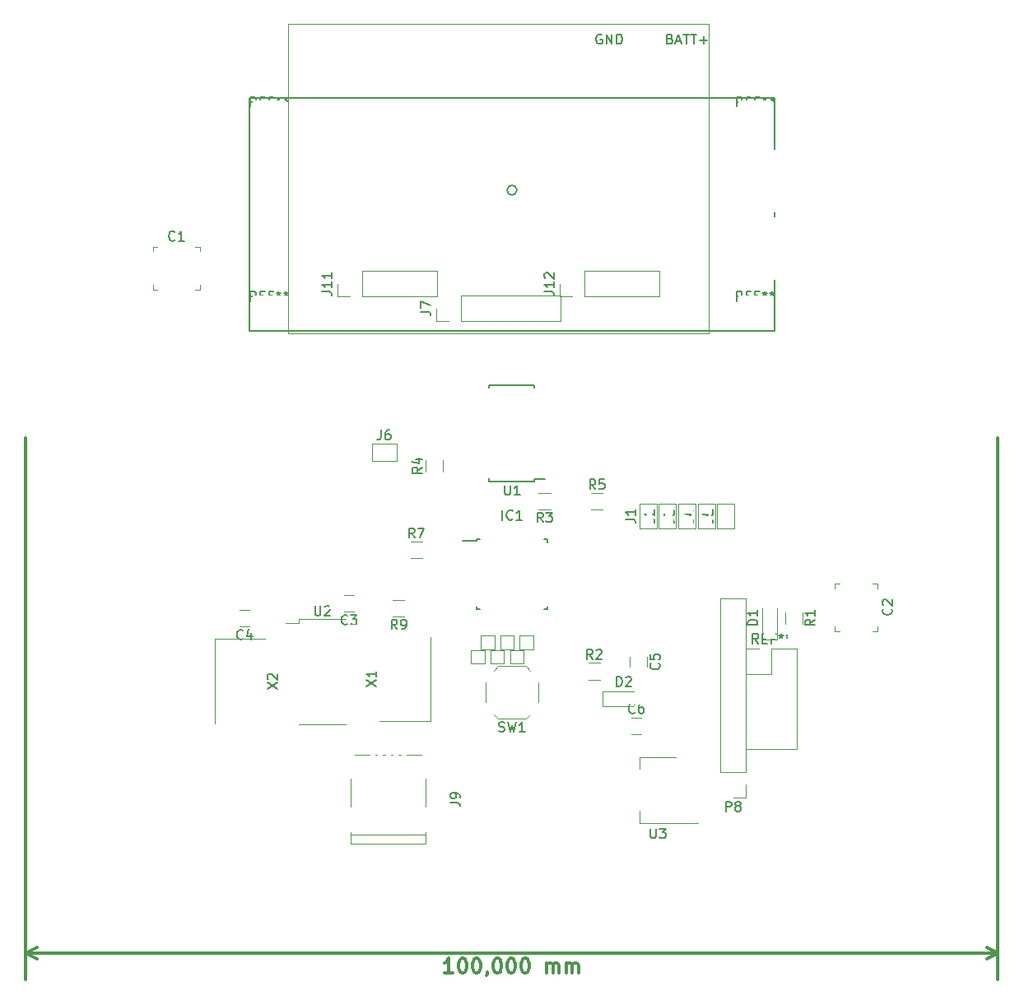
<source format=gto>
G04 #@! TF.GenerationSoftware,KiCad,Pcbnew,no-vcs-found-3ad3869~61~ubuntu16.04.1*
G04 #@! TF.CreationDate,2018-02-15T12:37:46+02:00*
G04 #@! TF.ProjectId,BrainDamage,427261696E44616D6167652E6B696361,rev?*
G04 #@! TF.SameCoordinates,Original*
G04 #@! TF.FileFunction,Legend,Top*
G04 #@! TF.FilePolarity,Positive*
%FSLAX46Y46*%
G04 Gerber Fmt 4.6, Leading zero omitted, Abs format (unit mm)*
G04 Created by KiCad (PCBNEW no-vcs-found-3ad3869~61~ubuntu16.04.1) date Thu Feb 15 12:37:46 2018*
%MOMM*%
%LPD*%
G01*
G04 APERTURE LIST*
%ADD10C,0.100000*%
%ADD11C,0.200000*%
%ADD12C,0.300000*%
%ADD13C,0.120000*%
%ADD14C,0.150000*%
%ADD15R,3.000000X3.000000*%
%ADD16R,1.000000X1.000000*%
%ADD17R,3.500000X3.500000*%
%ADD18R,1.700000X1.700000*%
%ADD19O,1.700000X1.700000*%
%ADD20R,0.500000X2.300000*%
%ADD21R,2.000000X2.500000*%
%ADD22C,0.900000*%
%ADD23R,1.500000X1.250000*%
%ADD24R,1.600000X0.550000*%
%ADD25R,0.550000X1.600000*%
%ADD26R,1.100000X0.400000*%
%ADD27R,1.300000X1.500000*%
%ADD28R,1.800000X1.100000*%
%ADD29R,1.500000X1.300000*%
%ADD30R,0.970000X1.270000*%
%ADD31R,1.270000X0.970000*%
%ADD32R,2.300000X1.600000*%
%ADD33R,1.600000X2.300000*%
%ADD34R,1.250000X1.500000*%
%ADD35R,1.300000X0.800000*%
%ADD36R,4.800000X1.750000*%
%ADD37C,6.500000*%
%ADD38R,2.000000X3.800000*%
%ADD39R,2.000000X1.500000*%
G04 APERTURE END LIST*
D10*
X220200000Y-53200000D02*
X177000000Y-53200000D01*
X177000000Y-21400000D02*
X220200000Y-21400000D01*
X220200000Y-21400000D02*
X220200000Y-53200000D01*
X177000000Y-53200000D02*
X177000000Y-21400000D01*
D11*
X173000000Y-53000000D02*
X173000000Y-29000000D01*
X227000000Y-53000000D02*
X173000000Y-53000000D01*
X227000000Y-29000000D02*
X227000000Y-53000000D01*
X173000000Y-29000000D02*
X227000000Y-29000000D01*
D12*
X193928571Y-119028571D02*
X193071428Y-119028571D01*
X193500000Y-119028571D02*
X193500000Y-117528571D01*
X193357142Y-117742857D01*
X193214285Y-117885714D01*
X193071428Y-117957142D01*
X194857142Y-117528571D02*
X195000000Y-117528571D01*
X195142857Y-117600000D01*
X195214285Y-117671428D01*
X195285714Y-117814285D01*
X195357142Y-118100000D01*
X195357142Y-118457142D01*
X195285714Y-118742857D01*
X195214285Y-118885714D01*
X195142857Y-118957142D01*
X195000000Y-119028571D01*
X194857142Y-119028571D01*
X194714285Y-118957142D01*
X194642857Y-118885714D01*
X194571428Y-118742857D01*
X194500000Y-118457142D01*
X194500000Y-118100000D01*
X194571428Y-117814285D01*
X194642857Y-117671428D01*
X194714285Y-117600000D01*
X194857142Y-117528571D01*
X196285714Y-117528571D02*
X196428571Y-117528571D01*
X196571428Y-117600000D01*
X196642857Y-117671428D01*
X196714285Y-117814285D01*
X196785714Y-118100000D01*
X196785714Y-118457142D01*
X196714285Y-118742857D01*
X196642857Y-118885714D01*
X196571428Y-118957142D01*
X196428571Y-119028571D01*
X196285714Y-119028571D01*
X196142857Y-118957142D01*
X196071428Y-118885714D01*
X196000000Y-118742857D01*
X195928571Y-118457142D01*
X195928571Y-118100000D01*
X196000000Y-117814285D01*
X196071428Y-117671428D01*
X196142857Y-117600000D01*
X196285714Y-117528571D01*
X197500000Y-118957142D02*
X197500000Y-119028571D01*
X197428571Y-119171428D01*
X197357142Y-119242857D01*
X198428571Y-117528571D02*
X198571428Y-117528571D01*
X198714285Y-117600000D01*
X198785714Y-117671428D01*
X198857142Y-117814285D01*
X198928571Y-118100000D01*
X198928571Y-118457142D01*
X198857142Y-118742857D01*
X198785714Y-118885714D01*
X198714285Y-118957142D01*
X198571428Y-119028571D01*
X198428571Y-119028571D01*
X198285714Y-118957142D01*
X198214285Y-118885714D01*
X198142857Y-118742857D01*
X198071428Y-118457142D01*
X198071428Y-118100000D01*
X198142857Y-117814285D01*
X198214285Y-117671428D01*
X198285714Y-117600000D01*
X198428571Y-117528571D01*
X199857142Y-117528571D02*
X200000000Y-117528571D01*
X200142857Y-117600000D01*
X200214285Y-117671428D01*
X200285714Y-117814285D01*
X200357142Y-118100000D01*
X200357142Y-118457142D01*
X200285714Y-118742857D01*
X200214285Y-118885714D01*
X200142857Y-118957142D01*
X200000000Y-119028571D01*
X199857142Y-119028571D01*
X199714285Y-118957142D01*
X199642857Y-118885714D01*
X199571428Y-118742857D01*
X199500000Y-118457142D01*
X199500000Y-118100000D01*
X199571428Y-117814285D01*
X199642857Y-117671428D01*
X199714285Y-117600000D01*
X199857142Y-117528571D01*
X201285714Y-117528571D02*
X201428571Y-117528571D01*
X201571428Y-117600000D01*
X201642857Y-117671428D01*
X201714285Y-117814285D01*
X201785714Y-118100000D01*
X201785714Y-118457142D01*
X201714285Y-118742857D01*
X201642857Y-118885714D01*
X201571428Y-118957142D01*
X201428571Y-119028571D01*
X201285714Y-119028571D01*
X201142857Y-118957142D01*
X201071428Y-118885714D01*
X201000000Y-118742857D01*
X200928571Y-118457142D01*
X200928571Y-118100000D01*
X201000000Y-117814285D01*
X201071428Y-117671428D01*
X201142857Y-117600000D01*
X201285714Y-117528571D01*
X203571428Y-119028571D02*
X203571428Y-118028571D01*
X203571428Y-118171428D02*
X203642857Y-118100000D01*
X203785714Y-118028571D01*
X204000000Y-118028571D01*
X204142857Y-118100000D01*
X204214285Y-118242857D01*
X204214285Y-119028571D01*
X204214285Y-118242857D02*
X204285714Y-118100000D01*
X204428571Y-118028571D01*
X204642857Y-118028571D01*
X204785714Y-118100000D01*
X204857142Y-118242857D01*
X204857142Y-119028571D01*
X205571428Y-119028571D02*
X205571428Y-118028571D01*
X205571428Y-118171428D02*
X205642857Y-118100000D01*
X205785714Y-118028571D01*
X206000000Y-118028571D01*
X206142857Y-118100000D01*
X206214285Y-118242857D01*
X206214285Y-119028571D01*
X206214285Y-118242857D02*
X206285714Y-118100000D01*
X206428571Y-118028571D01*
X206642857Y-118028571D01*
X206785714Y-118100000D01*
X206857142Y-118242857D01*
X206857142Y-119028571D01*
X150000000Y-117000000D02*
X250000000Y-117000000D01*
X150000000Y-64000000D02*
X150000000Y-119700000D01*
X250000000Y-64000000D02*
X250000000Y-119700000D01*
X250000000Y-117000000D02*
X248873496Y-117586421D01*
X250000000Y-117000000D02*
X248873496Y-116413579D01*
X150000000Y-117000000D02*
X151126504Y-117586421D01*
X150000000Y-117000000D02*
X151126504Y-116413579D01*
D11*
X200500000Y-38500000D02*
G75*
G03X200500000Y-38500000I-500000J0D01*
G01*
X221500000Y-29000000D02*
X178500000Y-29000000D01*
D13*
X199800000Y-85800000D02*
X201200000Y-85800000D01*
X201200000Y-85800000D02*
X201200000Y-87200000D01*
X201200000Y-87200000D02*
X199800000Y-87200000D01*
X199800000Y-87200000D02*
X199800000Y-85800000D01*
X198800000Y-84300000D02*
X200200000Y-84300000D01*
X200200000Y-84300000D02*
X200200000Y-85700000D01*
X200200000Y-85700000D02*
X198800000Y-85700000D01*
X198800000Y-85700000D02*
X198800000Y-84300000D01*
X197800000Y-85800000D02*
X199200000Y-85800000D01*
X199200000Y-85800000D02*
X199200000Y-87200000D01*
X199200000Y-87200000D02*
X197800000Y-87200000D01*
X197800000Y-87200000D02*
X197800000Y-85800000D01*
X196800000Y-84300000D02*
X198200000Y-84300000D01*
X198200000Y-84300000D02*
X198200000Y-85700000D01*
X198200000Y-85700000D02*
X196800000Y-85700000D01*
X196800000Y-85700000D02*
X196800000Y-84300000D01*
X200800000Y-84300000D02*
X202200000Y-84300000D01*
X202200000Y-84300000D02*
X202200000Y-85700000D01*
X202200000Y-85700000D02*
X200800000Y-85700000D01*
X200800000Y-85700000D02*
X200800000Y-84300000D01*
X195800000Y-85800000D02*
X197200000Y-85800000D01*
X197200000Y-85800000D02*
X197200000Y-87200000D01*
X197200000Y-87200000D02*
X195800000Y-87200000D01*
X195800000Y-87200000D02*
X195800000Y-85800000D01*
X224305000Y-31685000D02*
X225695000Y-31685000D01*
X224305000Y-31685000D02*
X224305000Y-31560000D01*
X225695000Y-31685000D02*
X225695000Y-31560000D01*
X224305000Y-31685000D02*
X224391724Y-31685000D01*
X225608276Y-31685000D02*
X225695000Y-31685000D01*
X224305000Y-31000000D02*
X224305000Y-30315000D01*
X224305000Y-30315000D02*
X225000000Y-30315000D01*
X224305000Y-51685000D02*
X225695000Y-51685000D01*
X224305000Y-51685000D02*
X224305000Y-51560000D01*
X225695000Y-51685000D02*
X225695000Y-51560000D01*
X224305000Y-51685000D02*
X224391724Y-51685000D01*
X225608276Y-51685000D02*
X225695000Y-51685000D01*
X224305000Y-51000000D02*
X224305000Y-50315000D01*
X224305000Y-50315000D02*
X225000000Y-50315000D01*
X174305000Y-51685000D02*
X175695000Y-51685000D01*
X174305000Y-51685000D02*
X174305000Y-51560000D01*
X175695000Y-51685000D02*
X175695000Y-51560000D01*
X174305000Y-51685000D02*
X174391724Y-51685000D01*
X175608276Y-51685000D02*
X175695000Y-51685000D01*
X174305000Y-51000000D02*
X174305000Y-50315000D01*
X174305000Y-50315000D02*
X175000000Y-50315000D01*
X174305000Y-31685000D02*
X175695000Y-31685000D01*
X174305000Y-31685000D02*
X174305000Y-31560000D01*
X175695000Y-31685000D02*
X175695000Y-31560000D01*
X174305000Y-31685000D02*
X174391724Y-31685000D01*
X175608276Y-31685000D02*
X175695000Y-31685000D01*
X174305000Y-31000000D02*
X174305000Y-30315000D01*
X174305000Y-30315000D02*
X175000000Y-30315000D01*
X224070000Y-95950000D02*
X229270000Y-95950000D01*
X224070000Y-88270000D02*
X224070000Y-95950000D01*
X229270000Y-85670000D02*
X229270000Y-95950000D01*
X224070000Y-88270000D02*
X226670000Y-88270000D01*
X226670000Y-88270000D02*
X226670000Y-85670000D01*
X226670000Y-85670000D02*
X229270000Y-85670000D01*
X224070000Y-87000000D02*
X224070000Y-85670000D01*
X224070000Y-85670000D02*
X225400000Y-85670000D01*
X205000000Y-51990000D02*
X205000000Y-49330000D01*
X194780000Y-51990000D02*
X205000000Y-51990000D01*
X194780000Y-49330000D02*
X205000000Y-49330000D01*
X194780000Y-51990000D02*
X194780000Y-49330000D01*
X193510000Y-51990000D02*
X192180000Y-51990000D01*
X192180000Y-51990000D02*
X192180000Y-50660000D01*
X183450000Y-104750000D02*
X191150000Y-104750000D01*
X183450000Y-105750000D02*
X191150000Y-105750000D01*
X191150000Y-105750000D02*
X191150000Y-96550000D01*
X191150000Y-96550000D02*
X183450000Y-96550000D01*
X183450000Y-96550000D02*
X183450000Y-105750000D01*
X182750000Y-81850000D02*
X183750000Y-81850000D01*
X183750000Y-80150000D02*
X182750000Y-80150000D01*
D14*
X196375000Y-74375000D02*
X196375000Y-74600000D01*
X203625000Y-74375000D02*
X203625000Y-74700000D01*
X203625000Y-81625000D02*
X203625000Y-81300000D01*
X196375000Y-81625000D02*
X196375000Y-81300000D01*
X196375000Y-74375000D02*
X196700000Y-74375000D01*
X196375000Y-81625000D02*
X196700000Y-81625000D01*
X203625000Y-81625000D02*
X203300000Y-81625000D01*
X203625000Y-74375000D02*
X203300000Y-74375000D01*
X196375000Y-74600000D02*
X194950000Y-74600000D01*
X202325000Y-68250000D02*
X203400000Y-68250000D01*
X202325000Y-58525000D02*
X197675000Y-58525000D01*
X202325000Y-68475000D02*
X197675000Y-68475000D01*
X202325000Y-58525000D02*
X202325000Y-58850000D01*
X197675000Y-58525000D02*
X197675000Y-58850000D01*
X197675000Y-68475000D02*
X197675000Y-68150000D01*
X202325000Y-68475000D02*
X202325000Y-68250000D01*
D13*
X192880000Y-66250000D02*
X192880000Y-67450000D01*
X191120000Y-67450000D02*
X191120000Y-66250000D01*
X198550000Y-92850000D02*
X198100000Y-92400000D01*
X197300000Y-91150000D02*
X197300000Y-89150000D01*
X198100000Y-87900000D02*
X198550000Y-87450000D01*
X198550000Y-87450000D02*
X201450000Y-87450000D01*
X201450000Y-87450000D02*
X201900000Y-87900000D01*
X202700000Y-89150000D02*
X202700000Y-91150000D01*
X201900000Y-92400000D02*
X201450000Y-92850000D01*
X201450000Y-92850000D02*
X198550000Y-92850000D01*
X225750000Y-84700000D02*
X227250000Y-84700000D01*
X225750000Y-84700000D02*
X225750000Y-81500000D01*
X227250000Y-81500000D02*
X227250000Y-84700000D01*
X229880000Y-81900000D02*
X229880000Y-83100000D01*
X228120000Y-83100000D02*
X228120000Y-81900000D01*
X209300000Y-90050000D02*
X209300000Y-91550000D01*
X209300000Y-90050000D02*
X212500000Y-90050000D01*
X212500000Y-91550000D02*
X209300000Y-91550000D01*
X207850000Y-87120000D02*
X209050000Y-87120000D01*
X209050000Y-88880000D02*
X207850000Y-88880000D01*
X185590000Y-66390000D02*
X188130000Y-66390000D01*
X188130000Y-64610000D02*
X185590000Y-64610000D01*
X188130000Y-64610000D02*
X188130000Y-66390000D01*
X185590000Y-66390000D02*
X185590000Y-64610000D01*
X202750000Y-69620000D02*
X203950000Y-69620000D01*
X203950000Y-71380000D02*
X202750000Y-71380000D01*
X209350000Y-71380000D02*
X208150000Y-71380000D01*
X208150000Y-69620000D02*
X209350000Y-69620000D01*
X214890000Y-73270000D02*
X214890000Y-70730000D01*
X213110000Y-70730000D02*
X213110000Y-73270000D01*
X213110000Y-70730000D02*
X214890000Y-70730000D01*
X214890000Y-73270000D02*
X213110000Y-73270000D01*
X216890000Y-73270000D02*
X216890000Y-70730000D01*
X215110000Y-70730000D02*
X215110000Y-73270000D01*
X215110000Y-70730000D02*
X216890000Y-70730000D01*
X216890000Y-73270000D02*
X215110000Y-73270000D01*
X218890000Y-73270000D02*
X218890000Y-70730000D01*
X217110000Y-70730000D02*
X217110000Y-73270000D01*
X217110000Y-70730000D02*
X218890000Y-70730000D01*
X218890000Y-73270000D02*
X217110000Y-73270000D01*
X220890000Y-73270000D02*
X220890000Y-70730000D01*
X219110000Y-70730000D02*
X219110000Y-73270000D01*
X219110000Y-70730000D02*
X220890000Y-70730000D01*
X220890000Y-73270000D02*
X219110000Y-73270000D01*
X222890000Y-73270000D02*
X222890000Y-70730000D01*
X221110000Y-70730000D02*
X221110000Y-73270000D01*
X221110000Y-70730000D02*
X222890000Y-70730000D01*
X222890000Y-73270000D02*
X221110000Y-73270000D01*
X190750000Y-76380000D02*
X189550000Y-76380000D01*
X189550000Y-74620000D02*
X190750000Y-74620000D01*
X187750000Y-80620000D02*
X188950000Y-80620000D01*
X188950000Y-82380000D02*
X187750000Y-82380000D01*
X163050000Y-44300000D02*
X163550000Y-44300000D01*
X163050000Y-44300000D02*
X163050000Y-44800000D01*
X163050000Y-48700000D02*
X163550000Y-48700000D01*
X163050000Y-48700000D02*
X163050000Y-48200000D01*
X167950000Y-44300000D02*
X167450000Y-44300000D01*
X167950000Y-44300000D02*
X167950000Y-44800000D01*
X167950000Y-48700000D02*
X167450000Y-48700000D01*
X167950000Y-48700000D02*
X167950000Y-48200000D01*
X237600000Y-78950000D02*
X237600000Y-79450000D01*
X237600000Y-78950000D02*
X237100000Y-78950000D01*
X233200000Y-78950000D02*
X233200000Y-79450000D01*
X233200000Y-78950000D02*
X233700000Y-78950000D01*
X237600000Y-83850000D02*
X237600000Y-83350000D01*
X237600000Y-83850000D02*
X237100000Y-83850000D01*
X233200000Y-83850000D02*
X233200000Y-83350000D01*
X233200000Y-83850000D02*
X233700000Y-83850000D01*
X172000000Y-83350000D02*
X173000000Y-83350000D01*
X173000000Y-81650000D02*
X172000000Y-81650000D01*
X213850000Y-87500000D02*
X213850000Y-86500000D01*
X212150000Y-86500000D02*
X212150000Y-87500000D01*
X178100000Y-82600000D02*
X178100000Y-83000000D01*
X178100000Y-83000000D02*
X176700000Y-83000000D01*
X178100000Y-82600000D02*
X182900000Y-82600000D01*
X178100000Y-93400000D02*
X182900000Y-93400000D01*
X174600000Y-84675000D02*
X169400000Y-84675000D01*
X169400000Y-84675000D02*
X169400000Y-93325000D01*
X186400000Y-93075000D02*
X191600000Y-93075000D01*
X191600000Y-93075000D02*
X191600000Y-84425000D01*
X213090000Y-96790000D02*
X213090000Y-98050000D01*
X213090000Y-103610000D02*
X213090000Y-102350000D01*
X216850000Y-96790000D02*
X213090000Y-96790000D01*
X219100000Y-103610000D02*
X213090000Y-103610000D01*
X213300000Y-92750000D02*
X212300000Y-92750000D01*
X212300000Y-94450000D02*
X213300000Y-94450000D01*
X192300000Y-49450000D02*
X192300000Y-46790000D01*
X184620000Y-49450000D02*
X192300000Y-49450000D01*
X184620000Y-46790000D02*
X192300000Y-46790000D01*
X184620000Y-49450000D02*
X184620000Y-46790000D01*
X183350000Y-49450000D02*
X182020000Y-49450000D01*
X182020000Y-49450000D02*
X182020000Y-48120000D01*
X215160000Y-49450000D02*
X215160000Y-46790000D01*
X207480000Y-49450000D02*
X215160000Y-49450000D01*
X207480000Y-46790000D02*
X215160000Y-46790000D01*
X207480000Y-49450000D02*
X207480000Y-46790000D01*
X206210000Y-49450000D02*
X204880000Y-49450000D01*
X204880000Y-49450000D02*
X204880000Y-48120000D01*
X224070000Y-80510000D02*
X221410000Y-80510000D01*
X224070000Y-98350000D02*
X224070000Y-80510000D01*
X221410000Y-98350000D02*
X221410000Y-80510000D01*
X224070000Y-98350000D02*
X221410000Y-98350000D01*
X224070000Y-99620000D02*
X224070000Y-100950000D01*
X224070000Y-100950000D02*
X222740000Y-100950000D01*
D14*
X209238095Y-22500000D02*
X209142857Y-22452380D01*
X209000000Y-22452380D01*
X208857142Y-22500000D01*
X208761904Y-22595238D01*
X208714285Y-22690476D01*
X208666666Y-22880952D01*
X208666666Y-23023809D01*
X208714285Y-23214285D01*
X208761904Y-23309523D01*
X208857142Y-23404761D01*
X209000000Y-23452380D01*
X209095238Y-23452380D01*
X209238095Y-23404761D01*
X209285714Y-23357142D01*
X209285714Y-23023809D01*
X209095238Y-23023809D01*
X209714285Y-23452380D02*
X209714285Y-22452380D01*
X210285714Y-23452380D01*
X210285714Y-22452380D01*
X210761904Y-23452380D02*
X210761904Y-22452380D01*
X211000000Y-22452380D01*
X211142857Y-22500000D01*
X211238095Y-22595238D01*
X211285714Y-22690476D01*
X211333333Y-22880952D01*
X211333333Y-23023809D01*
X211285714Y-23214285D01*
X211238095Y-23309523D01*
X211142857Y-23404761D01*
X211000000Y-23452380D01*
X210761904Y-23452380D01*
X223666666Y-29892380D02*
X223333333Y-29416190D01*
X223095238Y-29892380D02*
X223095238Y-28892380D01*
X223476190Y-28892380D01*
X223571428Y-28940000D01*
X223619047Y-28987619D01*
X223666666Y-29082857D01*
X223666666Y-29225714D01*
X223619047Y-29320952D01*
X223571428Y-29368571D01*
X223476190Y-29416190D01*
X223095238Y-29416190D01*
X224095238Y-29368571D02*
X224428571Y-29368571D01*
X224571428Y-29892380D02*
X224095238Y-29892380D01*
X224095238Y-28892380D01*
X224571428Y-28892380D01*
X225333333Y-29368571D02*
X225000000Y-29368571D01*
X225000000Y-29892380D02*
X225000000Y-28892380D01*
X225476190Y-28892380D01*
X226000000Y-28892380D02*
X226000000Y-29130476D01*
X225761904Y-29035238D02*
X226000000Y-29130476D01*
X226238095Y-29035238D01*
X225857142Y-29320952D02*
X226000000Y-29130476D01*
X226142857Y-29320952D01*
X226761904Y-28892380D02*
X226761904Y-29130476D01*
X226523809Y-29035238D02*
X226761904Y-29130476D01*
X227000000Y-29035238D01*
X226619047Y-29320952D02*
X226761904Y-29130476D01*
X226904761Y-29320952D01*
X223666666Y-49892380D02*
X223333333Y-49416190D01*
X223095238Y-49892380D02*
X223095238Y-48892380D01*
X223476190Y-48892380D01*
X223571428Y-48940000D01*
X223619047Y-48987619D01*
X223666666Y-49082857D01*
X223666666Y-49225714D01*
X223619047Y-49320952D01*
X223571428Y-49368571D01*
X223476190Y-49416190D01*
X223095238Y-49416190D01*
X224095238Y-49368571D02*
X224428571Y-49368571D01*
X224571428Y-49892380D02*
X224095238Y-49892380D01*
X224095238Y-48892380D01*
X224571428Y-48892380D01*
X225333333Y-49368571D02*
X225000000Y-49368571D01*
X225000000Y-49892380D02*
X225000000Y-48892380D01*
X225476190Y-48892380D01*
X226000000Y-48892380D02*
X226000000Y-49130476D01*
X225761904Y-49035238D02*
X226000000Y-49130476D01*
X226238095Y-49035238D01*
X225857142Y-49320952D02*
X226000000Y-49130476D01*
X226142857Y-49320952D01*
X226761904Y-48892380D02*
X226761904Y-49130476D01*
X226523809Y-49035238D02*
X226761904Y-49130476D01*
X227000000Y-49035238D01*
X226619047Y-49320952D02*
X226761904Y-49130476D01*
X226904761Y-49320952D01*
X173666666Y-49892380D02*
X173333333Y-49416190D01*
X173095238Y-49892380D02*
X173095238Y-48892380D01*
X173476190Y-48892380D01*
X173571428Y-48940000D01*
X173619047Y-48987619D01*
X173666666Y-49082857D01*
X173666666Y-49225714D01*
X173619047Y-49320952D01*
X173571428Y-49368571D01*
X173476190Y-49416190D01*
X173095238Y-49416190D01*
X174095238Y-49368571D02*
X174428571Y-49368571D01*
X174571428Y-49892380D02*
X174095238Y-49892380D01*
X174095238Y-48892380D01*
X174571428Y-48892380D01*
X175333333Y-49368571D02*
X175000000Y-49368571D01*
X175000000Y-49892380D02*
X175000000Y-48892380D01*
X175476190Y-48892380D01*
X176000000Y-48892380D02*
X176000000Y-49130476D01*
X175761904Y-49035238D02*
X176000000Y-49130476D01*
X176238095Y-49035238D01*
X175857142Y-49320952D02*
X176000000Y-49130476D01*
X176142857Y-49320952D01*
X176761904Y-48892380D02*
X176761904Y-49130476D01*
X176523809Y-49035238D02*
X176761904Y-49130476D01*
X177000000Y-49035238D01*
X176619047Y-49320952D02*
X176761904Y-49130476D01*
X176904761Y-49320952D01*
X173666666Y-29892380D02*
X173333333Y-29416190D01*
X173095238Y-29892380D02*
X173095238Y-28892380D01*
X173476190Y-28892380D01*
X173571428Y-28940000D01*
X173619047Y-28987619D01*
X173666666Y-29082857D01*
X173666666Y-29225714D01*
X173619047Y-29320952D01*
X173571428Y-29368571D01*
X173476190Y-29416190D01*
X173095238Y-29416190D01*
X174095238Y-29368571D02*
X174428571Y-29368571D01*
X174571428Y-29892380D02*
X174095238Y-29892380D01*
X174095238Y-28892380D01*
X174571428Y-28892380D01*
X175333333Y-29368571D02*
X175000000Y-29368571D01*
X175000000Y-29892380D02*
X175000000Y-28892380D01*
X175476190Y-28892380D01*
X176000000Y-28892380D02*
X176000000Y-29130476D01*
X175761904Y-29035238D02*
X176000000Y-29130476D01*
X176238095Y-29035238D01*
X175857142Y-29320952D02*
X176000000Y-29130476D01*
X176142857Y-29320952D01*
X176761904Y-28892380D02*
X176761904Y-29130476D01*
X176523809Y-29035238D02*
X176761904Y-29130476D01*
X177000000Y-29035238D01*
X176619047Y-29320952D02*
X176761904Y-29130476D01*
X176904761Y-29320952D01*
X216261904Y-22928571D02*
X216404761Y-22976190D01*
X216452380Y-23023809D01*
X216500000Y-23119047D01*
X216500000Y-23261904D01*
X216452380Y-23357142D01*
X216404761Y-23404761D01*
X216309523Y-23452380D01*
X215928571Y-23452380D01*
X215928571Y-22452380D01*
X216261904Y-22452380D01*
X216357142Y-22500000D01*
X216404761Y-22547619D01*
X216452380Y-22642857D01*
X216452380Y-22738095D01*
X216404761Y-22833333D01*
X216357142Y-22880952D01*
X216261904Y-22928571D01*
X215928571Y-22928571D01*
X216880952Y-23166666D02*
X217357142Y-23166666D01*
X216785714Y-23452380D02*
X217119047Y-22452380D01*
X217452380Y-23452380D01*
X217642857Y-22452380D02*
X218214285Y-22452380D01*
X217928571Y-23452380D02*
X217928571Y-22452380D01*
X218404761Y-22452380D02*
X218976190Y-22452380D01*
X218690476Y-23452380D02*
X218690476Y-22452380D01*
X219309523Y-23071428D02*
X220071428Y-23071428D01*
X219690476Y-23452380D02*
X219690476Y-22690476D01*
X225336666Y-85122380D02*
X225003333Y-84646190D01*
X224765238Y-85122380D02*
X224765238Y-84122380D01*
X225146190Y-84122380D01*
X225241428Y-84170000D01*
X225289047Y-84217619D01*
X225336666Y-84312857D01*
X225336666Y-84455714D01*
X225289047Y-84550952D01*
X225241428Y-84598571D01*
X225146190Y-84646190D01*
X224765238Y-84646190D01*
X225765238Y-84598571D02*
X226098571Y-84598571D01*
X226241428Y-85122380D02*
X225765238Y-85122380D01*
X225765238Y-84122380D01*
X226241428Y-84122380D01*
X227003333Y-84598571D02*
X226670000Y-84598571D01*
X226670000Y-85122380D02*
X226670000Y-84122380D01*
X227146190Y-84122380D01*
X227670000Y-84122380D02*
X227670000Y-84360476D01*
X227431904Y-84265238D02*
X227670000Y-84360476D01*
X227908095Y-84265238D01*
X227527142Y-84550952D02*
X227670000Y-84360476D01*
X227812857Y-84550952D01*
X228431904Y-84122380D02*
X228431904Y-84360476D01*
X228193809Y-84265238D02*
X228431904Y-84360476D01*
X228670000Y-84265238D01*
X228289047Y-84550952D02*
X228431904Y-84360476D01*
X228574761Y-84550952D01*
X190632380Y-50993333D02*
X191346666Y-50993333D01*
X191489523Y-51040952D01*
X191584761Y-51136190D01*
X191632380Y-51279047D01*
X191632380Y-51374285D01*
X190632380Y-50612380D02*
X190632380Y-49945714D01*
X191632380Y-50374285D01*
X193652380Y-101483333D02*
X194366666Y-101483333D01*
X194509523Y-101530952D01*
X194604761Y-101626190D01*
X194652380Y-101769047D01*
X194652380Y-101864285D01*
X194652380Y-100959523D02*
X194652380Y-100769047D01*
X194604761Y-100673809D01*
X194557142Y-100626190D01*
X194414285Y-100530952D01*
X194223809Y-100483333D01*
X193842857Y-100483333D01*
X193747619Y-100530952D01*
X193700000Y-100578571D01*
X193652380Y-100673809D01*
X193652380Y-100864285D01*
X193700000Y-100959523D01*
X193747619Y-101007142D01*
X193842857Y-101054761D01*
X194080952Y-101054761D01*
X194176190Y-101007142D01*
X194223809Y-100959523D01*
X194271428Y-100864285D01*
X194271428Y-100673809D01*
X194223809Y-100578571D01*
X194176190Y-100530952D01*
X194080952Y-100483333D01*
X183083333Y-83107142D02*
X183035714Y-83154761D01*
X182892857Y-83202380D01*
X182797619Y-83202380D01*
X182654761Y-83154761D01*
X182559523Y-83059523D01*
X182511904Y-82964285D01*
X182464285Y-82773809D01*
X182464285Y-82630952D01*
X182511904Y-82440476D01*
X182559523Y-82345238D01*
X182654761Y-82250000D01*
X182797619Y-82202380D01*
X182892857Y-82202380D01*
X183035714Y-82250000D01*
X183083333Y-82297619D01*
X183416666Y-82202380D02*
X184035714Y-82202380D01*
X183702380Y-82583333D01*
X183845238Y-82583333D01*
X183940476Y-82630952D01*
X183988095Y-82678571D01*
X184035714Y-82773809D01*
X184035714Y-83011904D01*
X183988095Y-83107142D01*
X183940476Y-83154761D01*
X183845238Y-83202380D01*
X183559523Y-83202380D01*
X183464285Y-83154761D01*
X183416666Y-83107142D01*
X199023809Y-72402380D02*
X199023809Y-71402380D01*
X200071428Y-72307142D02*
X200023809Y-72354761D01*
X199880952Y-72402380D01*
X199785714Y-72402380D01*
X199642857Y-72354761D01*
X199547619Y-72259523D01*
X199500000Y-72164285D01*
X199452380Y-71973809D01*
X199452380Y-71830952D01*
X199500000Y-71640476D01*
X199547619Y-71545238D01*
X199642857Y-71450000D01*
X199785714Y-71402380D01*
X199880952Y-71402380D01*
X200023809Y-71450000D01*
X200071428Y-71497619D01*
X201023809Y-72402380D02*
X200452380Y-72402380D01*
X200738095Y-72402380D02*
X200738095Y-71402380D01*
X200642857Y-71545238D01*
X200547619Y-71640476D01*
X200452380Y-71688095D01*
X199238095Y-68852380D02*
X199238095Y-69661904D01*
X199285714Y-69757142D01*
X199333333Y-69804761D01*
X199428571Y-69852380D01*
X199619047Y-69852380D01*
X199714285Y-69804761D01*
X199761904Y-69757142D01*
X199809523Y-69661904D01*
X199809523Y-68852380D01*
X200809523Y-69852380D02*
X200238095Y-69852380D01*
X200523809Y-69852380D02*
X200523809Y-68852380D01*
X200428571Y-68995238D01*
X200333333Y-69090476D01*
X200238095Y-69138095D01*
X190752380Y-67016666D02*
X190276190Y-67350000D01*
X190752380Y-67588095D02*
X189752380Y-67588095D01*
X189752380Y-67207142D01*
X189800000Y-67111904D01*
X189847619Y-67064285D01*
X189942857Y-67016666D01*
X190085714Y-67016666D01*
X190180952Y-67064285D01*
X190228571Y-67111904D01*
X190276190Y-67207142D01*
X190276190Y-67588095D01*
X190085714Y-66159523D02*
X190752380Y-66159523D01*
X189704761Y-66397619D02*
X190419047Y-66635714D01*
X190419047Y-66016666D01*
X198666666Y-94154761D02*
X198809523Y-94202380D01*
X199047619Y-94202380D01*
X199142857Y-94154761D01*
X199190476Y-94107142D01*
X199238095Y-94011904D01*
X199238095Y-93916666D01*
X199190476Y-93821428D01*
X199142857Y-93773809D01*
X199047619Y-93726190D01*
X198857142Y-93678571D01*
X198761904Y-93630952D01*
X198714285Y-93583333D01*
X198666666Y-93488095D01*
X198666666Y-93392857D01*
X198714285Y-93297619D01*
X198761904Y-93250000D01*
X198857142Y-93202380D01*
X199095238Y-93202380D01*
X199238095Y-93250000D01*
X199571428Y-93202380D02*
X199809523Y-94202380D01*
X200000000Y-93488095D01*
X200190476Y-94202380D01*
X200428571Y-93202380D01*
X201333333Y-94202380D02*
X200761904Y-94202380D01*
X201047619Y-94202380D02*
X201047619Y-93202380D01*
X200952380Y-93345238D01*
X200857142Y-93440476D01*
X200761904Y-93488095D01*
X225252380Y-83238095D02*
X224252380Y-83238095D01*
X224252380Y-83000000D01*
X224300000Y-82857142D01*
X224395238Y-82761904D01*
X224490476Y-82714285D01*
X224680952Y-82666666D01*
X224823809Y-82666666D01*
X225014285Y-82714285D01*
X225109523Y-82761904D01*
X225204761Y-82857142D01*
X225252380Y-83000000D01*
X225252380Y-83238095D01*
X225252380Y-81714285D02*
X225252380Y-82285714D01*
X225252380Y-82000000D02*
X224252380Y-82000000D01*
X224395238Y-82095238D01*
X224490476Y-82190476D01*
X224538095Y-82285714D01*
X231152380Y-82666666D02*
X230676190Y-83000000D01*
X231152380Y-83238095D02*
X230152380Y-83238095D01*
X230152380Y-82857142D01*
X230200000Y-82761904D01*
X230247619Y-82714285D01*
X230342857Y-82666666D01*
X230485714Y-82666666D01*
X230580952Y-82714285D01*
X230628571Y-82761904D01*
X230676190Y-82857142D01*
X230676190Y-83238095D01*
X231152380Y-81714285D02*
X231152380Y-82285714D01*
X231152380Y-82000000D02*
X230152380Y-82000000D01*
X230295238Y-82095238D01*
X230390476Y-82190476D01*
X230438095Y-82285714D01*
X210761904Y-89552380D02*
X210761904Y-88552380D01*
X211000000Y-88552380D01*
X211142857Y-88600000D01*
X211238095Y-88695238D01*
X211285714Y-88790476D01*
X211333333Y-88980952D01*
X211333333Y-89123809D01*
X211285714Y-89314285D01*
X211238095Y-89409523D01*
X211142857Y-89504761D01*
X211000000Y-89552380D01*
X210761904Y-89552380D01*
X211714285Y-88647619D02*
X211761904Y-88600000D01*
X211857142Y-88552380D01*
X212095238Y-88552380D01*
X212190476Y-88600000D01*
X212238095Y-88647619D01*
X212285714Y-88742857D01*
X212285714Y-88838095D01*
X212238095Y-88980952D01*
X211666666Y-89552380D01*
X212285714Y-89552380D01*
X208283333Y-86752380D02*
X207950000Y-86276190D01*
X207711904Y-86752380D02*
X207711904Y-85752380D01*
X208092857Y-85752380D01*
X208188095Y-85800000D01*
X208235714Y-85847619D01*
X208283333Y-85942857D01*
X208283333Y-86085714D01*
X208235714Y-86180952D01*
X208188095Y-86228571D01*
X208092857Y-86276190D01*
X207711904Y-86276190D01*
X208664285Y-85847619D02*
X208711904Y-85800000D01*
X208807142Y-85752380D01*
X209045238Y-85752380D01*
X209140476Y-85800000D01*
X209188095Y-85847619D01*
X209235714Y-85942857D01*
X209235714Y-86038095D01*
X209188095Y-86180952D01*
X208616666Y-86752380D01*
X209235714Y-86752380D01*
X186526666Y-63172380D02*
X186526666Y-63886666D01*
X186479047Y-64029523D01*
X186383809Y-64124761D01*
X186240952Y-64172380D01*
X186145714Y-64172380D01*
X187431428Y-63172380D02*
X187240952Y-63172380D01*
X187145714Y-63220000D01*
X187098095Y-63267619D01*
X187002857Y-63410476D01*
X186955238Y-63600952D01*
X186955238Y-63981904D01*
X187002857Y-64077142D01*
X187050476Y-64124761D01*
X187145714Y-64172380D01*
X187336190Y-64172380D01*
X187431428Y-64124761D01*
X187479047Y-64077142D01*
X187526666Y-63981904D01*
X187526666Y-63743809D01*
X187479047Y-63648571D01*
X187431428Y-63600952D01*
X187336190Y-63553333D01*
X187145714Y-63553333D01*
X187050476Y-63600952D01*
X187002857Y-63648571D01*
X186955238Y-63743809D01*
X203183333Y-72652380D02*
X202850000Y-72176190D01*
X202611904Y-72652380D02*
X202611904Y-71652380D01*
X202992857Y-71652380D01*
X203088095Y-71700000D01*
X203135714Y-71747619D01*
X203183333Y-71842857D01*
X203183333Y-71985714D01*
X203135714Y-72080952D01*
X203088095Y-72128571D01*
X202992857Y-72176190D01*
X202611904Y-72176190D01*
X203516666Y-71652380D02*
X204135714Y-71652380D01*
X203802380Y-72033333D01*
X203945238Y-72033333D01*
X204040476Y-72080952D01*
X204088095Y-72128571D01*
X204135714Y-72223809D01*
X204135714Y-72461904D01*
X204088095Y-72557142D01*
X204040476Y-72604761D01*
X203945238Y-72652380D01*
X203659523Y-72652380D01*
X203564285Y-72604761D01*
X203516666Y-72557142D01*
X208583333Y-69252380D02*
X208250000Y-68776190D01*
X208011904Y-69252380D02*
X208011904Y-68252380D01*
X208392857Y-68252380D01*
X208488095Y-68300000D01*
X208535714Y-68347619D01*
X208583333Y-68442857D01*
X208583333Y-68585714D01*
X208535714Y-68680952D01*
X208488095Y-68728571D01*
X208392857Y-68776190D01*
X208011904Y-68776190D01*
X209488095Y-68252380D02*
X209011904Y-68252380D01*
X208964285Y-68728571D01*
X209011904Y-68680952D01*
X209107142Y-68633333D01*
X209345238Y-68633333D01*
X209440476Y-68680952D01*
X209488095Y-68728571D01*
X209535714Y-68823809D01*
X209535714Y-69061904D01*
X209488095Y-69157142D01*
X209440476Y-69204761D01*
X209345238Y-69252380D01*
X209107142Y-69252380D01*
X209011904Y-69204761D01*
X208964285Y-69157142D01*
X211672380Y-72333333D02*
X212386666Y-72333333D01*
X212529523Y-72380952D01*
X212624761Y-72476190D01*
X212672380Y-72619047D01*
X212672380Y-72714285D01*
X212672380Y-71333333D02*
X212672380Y-71904761D01*
X212672380Y-71619047D02*
X211672380Y-71619047D01*
X211815238Y-71714285D01*
X211910476Y-71809523D01*
X211958095Y-71904761D01*
X213672380Y-72333333D02*
X214386666Y-72333333D01*
X214529523Y-72380952D01*
X214624761Y-72476190D01*
X214672380Y-72619047D01*
X214672380Y-72714285D01*
X213767619Y-71904761D02*
X213720000Y-71857142D01*
X213672380Y-71761904D01*
X213672380Y-71523809D01*
X213720000Y-71428571D01*
X213767619Y-71380952D01*
X213862857Y-71333333D01*
X213958095Y-71333333D01*
X214100952Y-71380952D01*
X214672380Y-71952380D01*
X214672380Y-71333333D01*
X215672380Y-72333333D02*
X216386666Y-72333333D01*
X216529523Y-72380952D01*
X216624761Y-72476190D01*
X216672380Y-72619047D01*
X216672380Y-72714285D01*
X215672380Y-71952380D02*
X215672380Y-71333333D01*
X216053333Y-71666666D01*
X216053333Y-71523809D01*
X216100952Y-71428571D01*
X216148571Y-71380952D01*
X216243809Y-71333333D01*
X216481904Y-71333333D01*
X216577142Y-71380952D01*
X216624761Y-71428571D01*
X216672380Y-71523809D01*
X216672380Y-71809523D01*
X216624761Y-71904761D01*
X216577142Y-71952380D01*
X217672380Y-72333333D02*
X218386666Y-72333333D01*
X218529523Y-72380952D01*
X218624761Y-72476190D01*
X218672380Y-72619047D01*
X218672380Y-72714285D01*
X218005714Y-71428571D02*
X218672380Y-71428571D01*
X217624761Y-71666666D02*
X218339047Y-71904761D01*
X218339047Y-71285714D01*
X219672380Y-72333333D02*
X220386666Y-72333333D01*
X220529523Y-72380952D01*
X220624761Y-72476190D01*
X220672380Y-72619047D01*
X220672380Y-72714285D01*
X219672380Y-71380952D02*
X219672380Y-71857142D01*
X220148571Y-71904761D01*
X220100952Y-71857142D01*
X220053333Y-71761904D01*
X220053333Y-71523809D01*
X220100952Y-71428571D01*
X220148571Y-71380952D01*
X220243809Y-71333333D01*
X220481904Y-71333333D01*
X220577142Y-71380952D01*
X220624761Y-71428571D01*
X220672380Y-71523809D01*
X220672380Y-71761904D01*
X220624761Y-71857142D01*
X220577142Y-71904761D01*
X189983333Y-74252380D02*
X189650000Y-73776190D01*
X189411904Y-74252380D02*
X189411904Y-73252380D01*
X189792857Y-73252380D01*
X189888095Y-73300000D01*
X189935714Y-73347619D01*
X189983333Y-73442857D01*
X189983333Y-73585714D01*
X189935714Y-73680952D01*
X189888095Y-73728571D01*
X189792857Y-73776190D01*
X189411904Y-73776190D01*
X190316666Y-73252380D02*
X190983333Y-73252380D01*
X190554761Y-74252380D01*
X188183333Y-83652380D02*
X187850000Y-83176190D01*
X187611904Y-83652380D02*
X187611904Y-82652380D01*
X187992857Y-82652380D01*
X188088095Y-82700000D01*
X188135714Y-82747619D01*
X188183333Y-82842857D01*
X188183333Y-82985714D01*
X188135714Y-83080952D01*
X188088095Y-83128571D01*
X187992857Y-83176190D01*
X187611904Y-83176190D01*
X188659523Y-83652380D02*
X188850000Y-83652380D01*
X188945238Y-83604761D01*
X188992857Y-83557142D01*
X189088095Y-83414285D01*
X189135714Y-83223809D01*
X189135714Y-82842857D01*
X189088095Y-82747619D01*
X189040476Y-82700000D01*
X188945238Y-82652380D01*
X188754761Y-82652380D01*
X188659523Y-82700000D01*
X188611904Y-82747619D01*
X188564285Y-82842857D01*
X188564285Y-83080952D01*
X188611904Y-83176190D01*
X188659523Y-83223809D01*
X188754761Y-83271428D01*
X188945238Y-83271428D01*
X189040476Y-83223809D01*
X189088095Y-83176190D01*
X189135714Y-83080952D01*
X165333333Y-43607142D02*
X165285714Y-43654761D01*
X165142857Y-43702380D01*
X165047619Y-43702380D01*
X164904761Y-43654761D01*
X164809523Y-43559523D01*
X164761904Y-43464285D01*
X164714285Y-43273809D01*
X164714285Y-43130952D01*
X164761904Y-42940476D01*
X164809523Y-42845238D01*
X164904761Y-42750000D01*
X165047619Y-42702380D01*
X165142857Y-42702380D01*
X165285714Y-42750000D01*
X165333333Y-42797619D01*
X166285714Y-43702380D02*
X165714285Y-43702380D01*
X166000000Y-43702380D02*
X166000000Y-42702380D01*
X165904761Y-42845238D01*
X165809523Y-42940476D01*
X165714285Y-42988095D01*
X239007142Y-81566666D02*
X239054761Y-81614285D01*
X239102380Y-81757142D01*
X239102380Y-81852380D01*
X239054761Y-81995238D01*
X238959523Y-82090476D01*
X238864285Y-82138095D01*
X238673809Y-82185714D01*
X238530952Y-82185714D01*
X238340476Y-82138095D01*
X238245238Y-82090476D01*
X238150000Y-81995238D01*
X238102380Y-81852380D01*
X238102380Y-81757142D01*
X238150000Y-81614285D01*
X238197619Y-81566666D01*
X238197619Y-81185714D02*
X238150000Y-81138095D01*
X238102380Y-81042857D01*
X238102380Y-80804761D01*
X238150000Y-80709523D01*
X238197619Y-80661904D01*
X238292857Y-80614285D01*
X238388095Y-80614285D01*
X238530952Y-80661904D01*
X239102380Y-81233333D01*
X239102380Y-80614285D01*
X172333333Y-84607142D02*
X172285714Y-84654761D01*
X172142857Y-84702380D01*
X172047619Y-84702380D01*
X171904761Y-84654761D01*
X171809523Y-84559523D01*
X171761904Y-84464285D01*
X171714285Y-84273809D01*
X171714285Y-84130952D01*
X171761904Y-83940476D01*
X171809523Y-83845238D01*
X171904761Y-83750000D01*
X172047619Y-83702380D01*
X172142857Y-83702380D01*
X172285714Y-83750000D01*
X172333333Y-83797619D01*
X173190476Y-84035714D02*
X173190476Y-84702380D01*
X172952380Y-83654761D02*
X172714285Y-84369047D01*
X173333333Y-84369047D01*
X215107142Y-87166666D02*
X215154761Y-87214285D01*
X215202380Y-87357142D01*
X215202380Y-87452380D01*
X215154761Y-87595238D01*
X215059523Y-87690476D01*
X214964285Y-87738095D01*
X214773809Y-87785714D01*
X214630952Y-87785714D01*
X214440476Y-87738095D01*
X214345238Y-87690476D01*
X214250000Y-87595238D01*
X214202380Y-87452380D01*
X214202380Y-87357142D01*
X214250000Y-87214285D01*
X214297619Y-87166666D01*
X214202380Y-86261904D02*
X214202380Y-86738095D01*
X214678571Y-86785714D01*
X214630952Y-86738095D01*
X214583333Y-86642857D01*
X214583333Y-86404761D01*
X214630952Y-86309523D01*
X214678571Y-86261904D01*
X214773809Y-86214285D01*
X215011904Y-86214285D01*
X215107142Y-86261904D01*
X215154761Y-86309523D01*
X215202380Y-86404761D01*
X215202380Y-86642857D01*
X215154761Y-86738095D01*
X215107142Y-86785714D01*
X179738095Y-81252380D02*
X179738095Y-82061904D01*
X179785714Y-82157142D01*
X179833333Y-82204761D01*
X179928571Y-82252380D01*
X180119047Y-82252380D01*
X180214285Y-82204761D01*
X180261904Y-82157142D01*
X180309523Y-82061904D01*
X180309523Y-81252380D01*
X180738095Y-81347619D02*
X180785714Y-81300000D01*
X180880952Y-81252380D01*
X181119047Y-81252380D01*
X181214285Y-81300000D01*
X181261904Y-81347619D01*
X181309523Y-81442857D01*
X181309523Y-81538095D01*
X181261904Y-81680952D01*
X180690476Y-82252380D01*
X181309523Y-82252380D01*
X174852380Y-89809523D02*
X175852380Y-89142857D01*
X174852380Y-89142857D02*
X175852380Y-89809523D01*
X174947619Y-88809523D02*
X174900000Y-88761904D01*
X174852380Y-88666666D01*
X174852380Y-88428571D01*
X174900000Y-88333333D01*
X174947619Y-88285714D01*
X175042857Y-88238095D01*
X175138095Y-88238095D01*
X175280952Y-88285714D01*
X175852380Y-88857142D01*
X175852380Y-88238095D01*
X185052380Y-89559523D02*
X186052380Y-88892857D01*
X185052380Y-88892857D02*
X186052380Y-89559523D01*
X186052380Y-87988095D02*
X186052380Y-88559523D01*
X186052380Y-88273809D02*
X185052380Y-88273809D01*
X185195238Y-88369047D01*
X185290476Y-88464285D01*
X185338095Y-88559523D01*
X214238095Y-104152380D02*
X214238095Y-104961904D01*
X214285714Y-105057142D01*
X214333333Y-105104761D01*
X214428571Y-105152380D01*
X214619047Y-105152380D01*
X214714285Y-105104761D01*
X214761904Y-105057142D01*
X214809523Y-104961904D01*
X214809523Y-104152380D01*
X215190476Y-104152380D02*
X215809523Y-104152380D01*
X215476190Y-104533333D01*
X215619047Y-104533333D01*
X215714285Y-104580952D01*
X215761904Y-104628571D01*
X215809523Y-104723809D01*
X215809523Y-104961904D01*
X215761904Y-105057142D01*
X215714285Y-105104761D01*
X215619047Y-105152380D01*
X215333333Y-105152380D01*
X215238095Y-105104761D01*
X215190476Y-105057142D01*
X212633333Y-92207142D02*
X212585714Y-92254761D01*
X212442857Y-92302380D01*
X212347619Y-92302380D01*
X212204761Y-92254761D01*
X212109523Y-92159523D01*
X212061904Y-92064285D01*
X212014285Y-91873809D01*
X212014285Y-91730952D01*
X212061904Y-91540476D01*
X212109523Y-91445238D01*
X212204761Y-91350000D01*
X212347619Y-91302380D01*
X212442857Y-91302380D01*
X212585714Y-91350000D01*
X212633333Y-91397619D01*
X213490476Y-91302380D02*
X213300000Y-91302380D01*
X213204761Y-91350000D01*
X213157142Y-91397619D01*
X213061904Y-91540476D01*
X213014285Y-91730952D01*
X213014285Y-92111904D01*
X213061904Y-92207142D01*
X213109523Y-92254761D01*
X213204761Y-92302380D01*
X213395238Y-92302380D01*
X213490476Y-92254761D01*
X213538095Y-92207142D01*
X213585714Y-92111904D01*
X213585714Y-91873809D01*
X213538095Y-91778571D01*
X213490476Y-91730952D01*
X213395238Y-91683333D01*
X213204761Y-91683333D01*
X213109523Y-91730952D01*
X213061904Y-91778571D01*
X213014285Y-91873809D01*
X180472380Y-48929523D02*
X181186666Y-48929523D01*
X181329523Y-48977142D01*
X181424761Y-49072380D01*
X181472380Y-49215238D01*
X181472380Y-49310476D01*
X181472380Y-47929523D02*
X181472380Y-48500952D01*
X181472380Y-48215238D02*
X180472380Y-48215238D01*
X180615238Y-48310476D01*
X180710476Y-48405714D01*
X180758095Y-48500952D01*
X181472380Y-46977142D02*
X181472380Y-47548571D01*
X181472380Y-47262857D02*
X180472380Y-47262857D01*
X180615238Y-47358095D01*
X180710476Y-47453333D01*
X180758095Y-47548571D01*
X203332380Y-48929523D02*
X204046666Y-48929523D01*
X204189523Y-48977142D01*
X204284761Y-49072380D01*
X204332380Y-49215238D01*
X204332380Y-49310476D01*
X204332380Y-47929523D02*
X204332380Y-48500952D01*
X204332380Y-48215238D02*
X203332380Y-48215238D01*
X203475238Y-48310476D01*
X203570476Y-48405714D01*
X203618095Y-48500952D01*
X203427619Y-47548571D02*
X203380000Y-47500952D01*
X203332380Y-47405714D01*
X203332380Y-47167619D01*
X203380000Y-47072380D01*
X203427619Y-47024761D01*
X203522857Y-46977142D01*
X203618095Y-46977142D01*
X203760952Y-47024761D01*
X204332380Y-47596190D01*
X204332380Y-46977142D01*
X222001904Y-102402380D02*
X222001904Y-101402380D01*
X222382857Y-101402380D01*
X222478095Y-101450000D01*
X222525714Y-101497619D01*
X222573333Y-101592857D01*
X222573333Y-101735714D01*
X222525714Y-101830952D01*
X222478095Y-101878571D01*
X222382857Y-101926190D01*
X222001904Y-101926190D01*
X223144761Y-101830952D02*
X223049523Y-101783333D01*
X223001904Y-101735714D01*
X222954285Y-101640476D01*
X222954285Y-101592857D01*
X223001904Y-101497619D01*
X223049523Y-101450000D01*
X223144761Y-101402380D01*
X223335238Y-101402380D01*
X223430476Y-101450000D01*
X223478095Y-101497619D01*
X223525714Y-101592857D01*
X223525714Y-101640476D01*
X223478095Y-101735714D01*
X223430476Y-101783333D01*
X223335238Y-101830952D01*
X223144761Y-101830952D01*
X223049523Y-101878571D01*
X223001904Y-101926190D01*
X222954285Y-102021428D01*
X222954285Y-102211904D01*
X223001904Y-102307142D01*
X223049523Y-102354761D01*
X223144761Y-102402380D01*
X223335238Y-102402380D01*
X223430476Y-102354761D01*
X223478095Y-102307142D01*
X223525714Y-102211904D01*
X223525714Y-102021428D01*
X223478095Y-101926190D01*
X223430476Y-101878571D01*
X223335238Y-101830952D01*
%LPC*%
D15*
X210000000Y-26000000D03*
D16*
X200500000Y-86500000D03*
X199500000Y-85000000D03*
X198500000Y-86500000D03*
X197500000Y-85000000D03*
X201500000Y-85000000D03*
X196500000Y-86500000D03*
D17*
X225000000Y-31000000D03*
X225000000Y-51000000D03*
X175000000Y-51000000D03*
X175000000Y-31000000D03*
D15*
X218000000Y-26000000D03*
D18*
X225400000Y-87000000D03*
D19*
X227940000Y-87000000D03*
X225400000Y-89540000D03*
X227940000Y-89540000D03*
X225400000Y-92080000D03*
X227940000Y-92080000D03*
X225400000Y-94620000D03*
X227940000Y-94620000D03*
D18*
X193510000Y-50660000D03*
D19*
X196050000Y-50660000D03*
X198590000Y-50660000D03*
X201130000Y-50660000D03*
X203670000Y-50660000D03*
D20*
X185700000Y-97700000D03*
X186500000Y-97700000D03*
X187300000Y-97700000D03*
X188100000Y-97700000D03*
X188900000Y-97700000D03*
D21*
X182850000Y-97800000D03*
X182850000Y-103300000D03*
X191750000Y-97800000D03*
X191750000Y-103300000D03*
D22*
X185100000Y-100300000D03*
X189500000Y-100300000D03*
D18*
X169540000Y-75500000D03*
D19*
X167000000Y-75500000D03*
X164460000Y-75500000D03*
D23*
X184500000Y-81000000D03*
X182000000Y-81000000D03*
D24*
X195750000Y-75200000D03*
X195750000Y-76000000D03*
X195750000Y-76800000D03*
X195750000Y-77600000D03*
X195750000Y-78400000D03*
X195750000Y-79200000D03*
X195750000Y-80000000D03*
X195750000Y-80800000D03*
D25*
X197200000Y-82250000D03*
X198000000Y-82250000D03*
X198800000Y-82250000D03*
X199600000Y-82250000D03*
X200400000Y-82250000D03*
X201200000Y-82250000D03*
X202000000Y-82250000D03*
X202800000Y-82250000D03*
D24*
X204250000Y-80800000D03*
X204250000Y-80000000D03*
X204250000Y-79200000D03*
X204250000Y-78400000D03*
X204250000Y-77600000D03*
X204250000Y-76800000D03*
X204250000Y-76000000D03*
X204250000Y-75200000D03*
D25*
X202800000Y-73750000D03*
X202000000Y-73750000D03*
X201200000Y-73750000D03*
X200400000Y-73750000D03*
X199600000Y-73750000D03*
X198800000Y-73750000D03*
X198000000Y-73750000D03*
X197200000Y-73750000D03*
D18*
X181380000Y-78500000D03*
D19*
X183920000Y-78500000D03*
X186460000Y-78500000D03*
X189000000Y-78500000D03*
D26*
X197150000Y-67725000D03*
X197150000Y-67075000D03*
X197150000Y-66425000D03*
X197150000Y-65775000D03*
X197150000Y-65125000D03*
X197150000Y-64475000D03*
X197150000Y-63825000D03*
X197150000Y-63175000D03*
X197150000Y-62525000D03*
X197150000Y-61875000D03*
X197150000Y-61225000D03*
X197150000Y-60575000D03*
X197150000Y-59925000D03*
X197150000Y-59275000D03*
X202850000Y-59275000D03*
X202850000Y-59925000D03*
X202850000Y-60575000D03*
X202850000Y-61225000D03*
X202850000Y-61875000D03*
X202850000Y-62525000D03*
X202850000Y-63175000D03*
X202850000Y-63825000D03*
X202850000Y-64475000D03*
X202850000Y-65125000D03*
X202850000Y-65775000D03*
X202850000Y-66425000D03*
X202850000Y-67075000D03*
X202850000Y-67725000D03*
D18*
X197920000Y-98460000D03*
D19*
X197920000Y-101000000D03*
X200460000Y-98460000D03*
X200460000Y-101000000D03*
X203000000Y-98460000D03*
X203000000Y-101000000D03*
X205540000Y-98460000D03*
X205540000Y-101000000D03*
X208080000Y-98460000D03*
X208080000Y-101000000D03*
D18*
X230960000Y-62000000D03*
D19*
X233500000Y-62000000D03*
X236040000Y-62000000D03*
D18*
X230960000Y-69000000D03*
D19*
X233500000Y-69000000D03*
X236040000Y-69000000D03*
D18*
X230960000Y-65500000D03*
D19*
X233500000Y-65500000D03*
X236040000Y-65500000D03*
D18*
X230960000Y-72500000D03*
D19*
X233500000Y-72500000D03*
X236040000Y-72500000D03*
D18*
X230960000Y-58500000D03*
D19*
X233500000Y-58500000D03*
X236040000Y-58500000D03*
D18*
X230960000Y-76000000D03*
D19*
X233500000Y-76000000D03*
X236040000Y-76000000D03*
D18*
X230960000Y-55000000D03*
D19*
X233500000Y-55000000D03*
X236040000Y-55000000D03*
D18*
X230960000Y-51500000D03*
D19*
X233500000Y-51500000D03*
X236040000Y-51500000D03*
D27*
X192000000Y-68200000D03*
X192000000Y-65500000D03*
D28*
X196900000Y-88300000D03*
X203100000Y-88300000D03*
X196900000Y-92000000D03*
X203100000Y-92000000D03*
D27*
X226500000Y-81150000D03*
X226500000Y-83850000D03*
X229000000Y-83850000D03*
X229000000Y-81150000D03*
D29*
X212850000Y-90800000D03*
X210150000Y-90800000D03*
X209800000Y-88000000D03*
X207100000Y-88000000D03*
D30*
X186220000Y-65500000D03*
X187500000Y-65500000D03*
D29*
X204700000Y-70500000D03*
X202000000Y-70500000D03*
X207400000Y-70500000D03*
X210100000Y-70500000D03*
D31*
X214000000Y-72640000D03*
X214000000Y-71360000D03*
X216000000Y-72640000D03*
X216000000Y-71360000D03*
X218000000Y-72640000D03*
X218000000Y-71360000D03*
X220000000Y-72640000D03*
X220000000Y-71360000D03*
X222000000Y-72640000D03*
X222000000Y-71360000D03*
D18*
X169540000Y-72000000D03*
D19*
X167000000Y-72000000D03*
X164460000Y-72000000D03*
D18*
X169540000Y-68500000D03*
D19*
X167000000Y-68500000D03*
X164460000Y-68500000D03*
D18*
X169540000Y-65000000D03*
D19*
X167000000Y-65000000D03*
X164460000Y-65000000D03*
D18*
X169540000Y-61500000D03*
D19*
X167000000Y-61500000D03*
X164460000Y-61500000D03*
D18*
X169540000Y-58000000D03*
D19*
X167000000Y-58000000D03*
X164460000Y-58000000D03*
D18*
X169540000Y-54500000D03*
D19*
X167000000Y-54500000D03*
X164460000Y-54500000D03*
D18*
X169540000Y-51000000D03*
D19*
X167000000Y-51000000D03*
X164460000Y-51000000D03*
D29*
X188800000Y-75500000D03*
X191500000Y-75500000D03*
X189700000Y-81500000D03*
X187000000Y-81500000D03*
D32*
X163150000Y-46500000D03*
X167850000Y-46500000D03*
D33*
X235400000Y-79050000D03*
X235400000Y-83750000D03*
D23*
X173750000Y-82500000D03*
X171250000Y-82500000D03*
D34*
X213000000Y-85750000D03*
X213000000Y-88250000D03*
D35*
X177350000Y-83550000D03*
X177350000Y-84830000D03*
X177350000Y-86090000D03*
X177350000Y-87360000D03*
X177350000Y-88640000D03*
X177350000Y-89910000D03*
X177350000Y-91170000D03*
X177350000Y-92450000D03*
X183650000Y-92450000D03*
X183650000Y-91170000D03*
X183650000Y-89910000D03*
X183650000Y-88640000D03*
X183650000Y-87360000D03*
X183650000Y-86090000D03*
X183650000Y-84830000D03*
X183650000Y-83550000D03*
D36*
X172000000Y-85750000D03*
X172000000Y-89000000D03*
X172000000Y-92250000D03*
X189000000Y-92000000D03*
X189000000Y-88750000D03*
X189000000Y-85500000D03*
D37*
X227000000Y-37525000D03*
X227000000Y-44475000D03*
D38*
X211850000Y-100200000D03*
D39*
X218150000Y-100200000D03*
X218150000Y-97900000D03*
X218150000Y-102500000D03*
D23*
X211550000Y-93600000D03*
X214050000Y-93600000D03*
D18*
X183350000Y-48120000D03*
D19*
X185890000Y-48120000D03*
X188430000Y-48120000D03*
X190970000Y-48120000D03*
D18*
X206210000Y-48120000D03*
D19*
X208750000Y-48120000D03*
X211290000Y-48120000D03*
X213830000Y-48120000D03*
D18*
X222740000Y-99620000D03*
D19*
X222740000Y-97080000D03*
X222740000Y-94540000D03*
X222740000Y-92000000D03*
X222740000Y-89460000D03*
X222740000Y-86920000D03*
X222740000Y-84380000D03*
X222740000Y-81840000D03*
M02*

</source>
